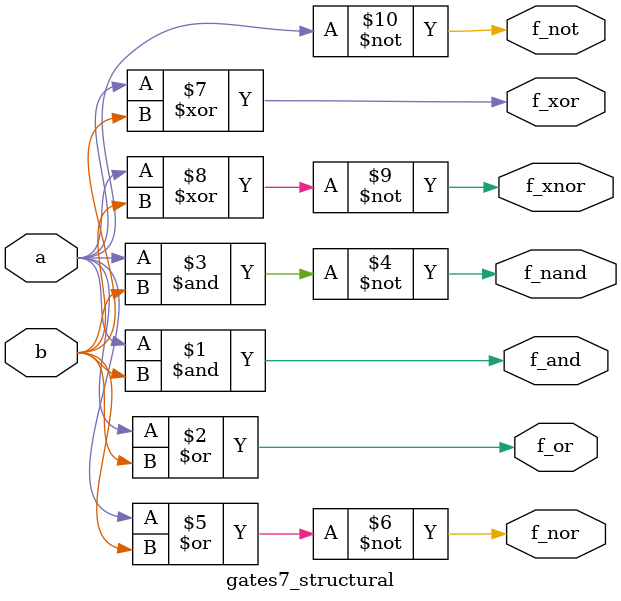
<source format=v>
/************************************************
  The Verilog HDL code example is from the book
  Computer Principles and Design in Verilog HDL
  by Yamin Li, published by A JOHN WILEY & SONS
************************************************/
module gates7_structural (a,b,f_and,f_or,f_not,f_nand,f_nor,f_xor,f_xnor);
    input  a, b;                                                  // inputs
    output f_and, f_or, f_not, f_nand, f_nor, f_xor, f_xnor;      // outputs
    and    i1 (f_and,  a, b);                        // and  (out, in1, in2)
    or     i2 (f_or,   a, b);                        // or   (out, in2, in2)
    not    i3 (f_not,  a);                           // not  (out, in)
    nand   i4 (f_nand, a, b);                        // nand (out, in1, in2)
    nor    i5 (f_nor,  a, b);                        // nor  (out, in1, in2)
    xor    i6 (f_xor,  a, b);                        // xor  (out, in1, in2)
    xnor   i7 (f_xnor, a, b);                        // xnor (out, in1, in2)
endmodule

</source>
